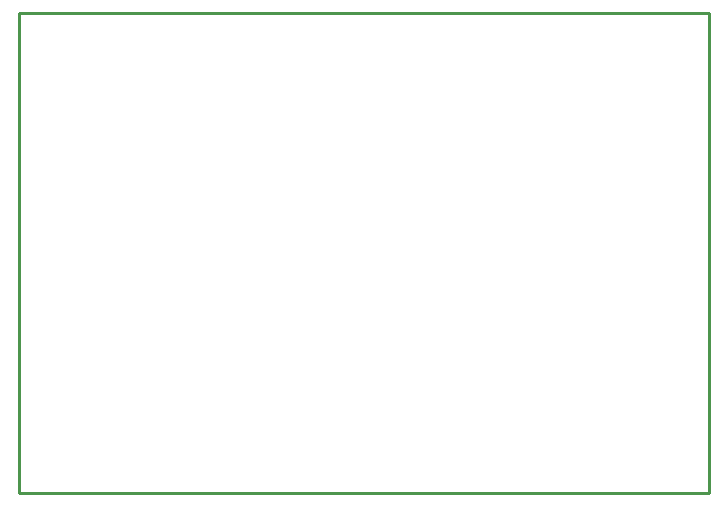
<source format=gm1>
G04*
G04 #@! TF.GenerationSoftware,Altium Limited,Altium Designer,21.7.2 (23)*
G04*
G04 Layer_Color=16711935*
%FSLAX25Y25*%
%MOIN*%
G70*
G04*
G04 #@! TF.SameCoordinates,FD6F4078-F35A-45E9-9C0A-15F470774422*
G04*
G04*
G04 #@! TF.FilePolarity,Positive*
G04*
G01*
G75*
%ADD10C,0.01000*%
D10*
X0Y0D02*
X230000D01*
Y160000D01*
X0D02*
X230000D01*
X0Y0D02*
Y160000D01*
M02*

</source>
